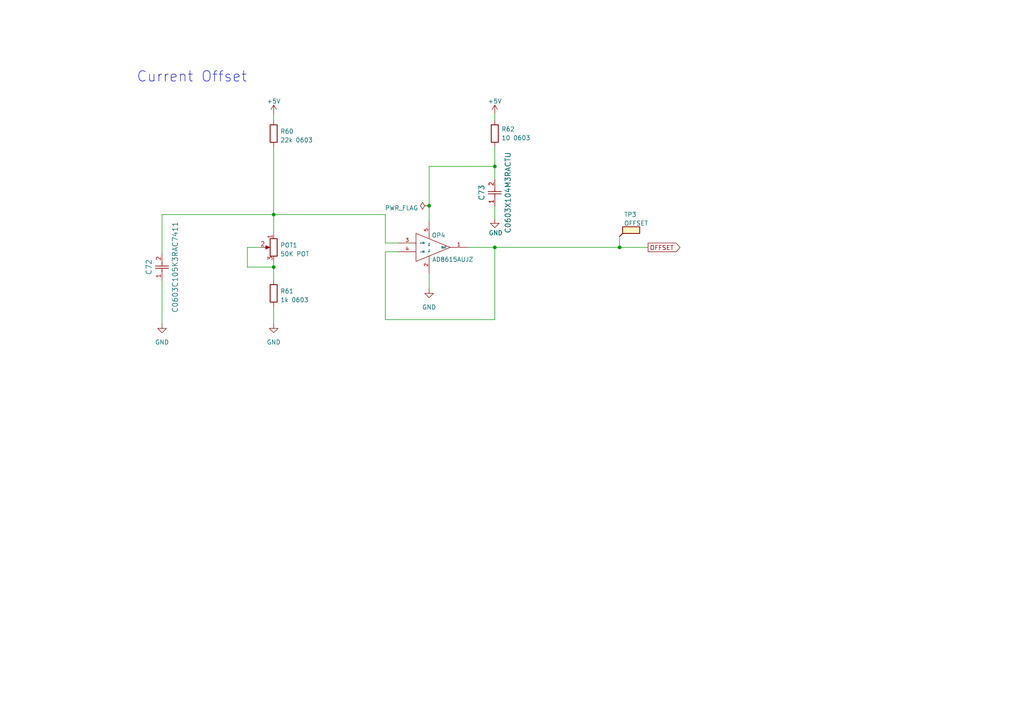
<source format=kicad_sch>
(kicad_sch (version 20231120) (generator "eeschema") (generator_version "8.0")
  (paper "A4")
  (lib_symbols
    (symbol "AD8615:AD8615AUJZ" (pin_names (offset 1.016))
      (property "Reference" "OP" (at 3.556 -12.954 0))
      (property "Value" "AD8615AUJZ" (at 8.128 -21.59 0))
      (symbol "AD8615AUJZ_0_0"
        (pin output line (at 11.176 -17.78 180) (length 5.08) (name "OUT") (number "1"))
        (pin power_in line (at 0 -25.4 90) (length 5.08) (name "V-") (number "2"))
        (pin input line (at -8.89 -16.51 0) (length 5.08) (name "+IN") (number "3"))
        (pin input line (at -8.89 -19.05 0) (length 5.08) (name "-IN") (number "4"))
        (pin power_in line (at 0 -10.16 270) (length 5.08) (name "V+") (number "5"))
      )
      (symbol "AD8615AUJZ_0_1"
        (polyline (pts (xy -3.81 -13.716) (xy -3.81 -21.844) (xy 6.096 -17.78) (xy -3.81 -13.716)))
      )
    )
    (symbol "C0603C105K3RAC7411:C0603C105K3RAC7411" (pin_names (offset 0.254))
      (property "Reference" "C" (at 3.81 3.81 0))
      (property "Value" "C0603C105K3RAC7411" (at 3.81 -3.81 0))
      (symbol "C0603C105K3RAC7411_1_1"
        (polyline (pts (xy 2.54 0) (xy 3.4798 0)) (stroke (width 0.2032)))
        (polyline (pts (xy 3.4798 -1.905) (xy 3.4798 1.905)) (stroke (width 0.2032)))
        (polyline (pts (xy 4.1148 -1.905) (xy 4.1148 1.905)) (stroke (width 0.2032)))
        (polyline (pts (xy 4.1148 0) (xy 5.08 0)) (stroke (width 0.2032)))
        (pin unspecified line (at 0 0 0) (length 2.54) (name "") (number "1"))
        (pin unspecified line (at 7.62 0 180) (length 2.54) (name "") (number "2"))
      )
      (symbol "C0603C105K3RAC7411_1_2"
        (polyline (pts (xy -1.905 -4.1148) (xy 1.905 -4.1148)) (stroke (width 0.2032)))
        (polyline (pts (xy -1.905 -3.4798) (xy 1.905 -3.4798)) (stroke (width 0.2032)))
        (polyline (pts (xy 0 -4.1148) (xy 0 -5.08)) (stroke (width 0.2032)))
        (polyline (pts (xy 0 -2.54) (xy 0 -3.4798)) (stroke (width 0.2032)))
        (pin unspecified line (at 0 0 270) (length 2.54) (name "") (number "1"))
        (pin unspecified line (at 0 -7.62 90) (length 2.54) (name "") (number "2"))
      )
    )
    (symbol "C37:C0603X104M3RACTU" (pin_names (offset 0.254))
      (property "Reference" "C" (at 3.81 3.81 0))
      (property "Value" "C0603X104M3RACTU" (at 3.81 -3.81 0))
      (symbol "C0603X104M3RACTU_1_1"
        (polyline (pts (xy 2.54 0) (xy 3.4798 0)) (stroke (width 0.2032)))
        (polyline (pts (xy 3.4798 -1.905) (xy 3.4798 1.905)) (stroke (width 0.2032)))
        (polyline (pts (xy 4.1148 -1.905) (xy 4.1148 1.905)) (stroke (width 0.2032)))
        (polyline (pts (xy 4.1148 0) (xy 5.08 0)) (stroke (width 0.2032)))
        (pin unspecified line (at 0 0 0) (length 2.54) (name "") (number "1"))
        (pin unspecified line (at 7.62 0 180) (length 2.54) (name "") (number "2"))
      )
      (symbol "C0603X104M3RACTU_1_2"
        (polyline (pts (xy -1.905 -4.1148) (xy 1.905 -4.1148)) (stroke (width 0.2032)))
        (polyline (pts (xy -1.905 -3.4798) (xy 1.905 -3.4798)) (stroke (width 0.2032)))
        (polyline (pts (xy 0 -4.1148) (xy 0 -5.08)) (stroke (width 0.2032)))
        (polyline (pts (xy 0 -2.54) (xy 0 -3.4798)) (stroke (width 0.2032)))
        (pin unspecified line (at 0 0 270) (length 2.54) (name "") (number "1"))
        (pin unspecified line (at 0 -7.62 90) (length 2.54) (name "") (number "2"))
      )
    )
    (symbol "Connector:TestPoint_Flag" (pin_numbers hide) (pin_names (offset 0.762) hide)
      (property "Reference" "TP" (at 3.429 1.778 0))
      (property "Value" "TestPoint_Flag" (at 3.302 4.191 0))
      (symbol "TestPoint_Flag_0_1"
        (polyline (pts (xy 0 0) (xy 0.889 0.889)) (stroke (width 0.254)))
        (rectangle (start 0.889 2.794) (end 5.842 0.889) (stroke (width 0.254)) (fill (type background)))
      )
      (symbol "TestPoint_Flag_1_1"
        (pin passive line (at 0 0 90) (length 0) (name "1") (number "1"))
      )
    )
    (symbol "Device:R" (pin_numbers hide) (pin_names (offset 0))
      (property "Reference" "R" (at 2.032 0 90))
      (property "Value" "R" (at 0 0 90))
      (symbol "R_0_1"
        (rectangle (start -1.016 -2.54) (end 1.016 2.54) (stroke (width 0.254)))
      )
      (symbol "R_1_1"
        (pin passive line (at 0 3.81 270) (length 1.27) (name "~") (number "1"))
        (pin passive line (at 0 -3.81 90) (length 1.27) (name "~") (number "2"))
      )
    )
    (symbol "Device:R_Potentiometer" (pin_names (offset 1.016) hide)
      (property "Reference" "RV" (at -4.445 0 90))
      (property "Value" "R_Potentiometer" (at -2.54 0 90))
      (symbol "R_Potentiometer_0_1"
        (polyline (pts (xy 2.54 0) (xy 1.524 0)))
        (polyline (pts (xy 1.143 0) (xy 2.286 0.508) (xy 2.286 -0.508) (xy 1.143 0)) (fill (type outline)))
        (rectangle (start 1.016 2.54) (end -1.016 -2.54) (stroke (width 0.254)))
      )
      (symbol "R_Potentiometer_1_1"
        (pin passive line (at 0 3.81 270) (length 1.27) (name "1") (number "1"))
        (pin passive line (at 3.81 0 180) (length 1.27) (name "2") (number "2"))
        (pin passive line (at 0 -3.81 90) (length 1.27) (name "3") (number "3"))
      )
    )
    (symbol "power:+5V" (power) (pin_names (offset 0))
      (property "Value" "+5V" (at 0 3.556 0))
      (symbol "+5V_0_1"
        (polyline (pts (xy -0.762 1.27) (xy 0 2.54)))
        (polyline (pts (xy 0 0) (xy 0 2.54)))
        (polyline (pts (xy 0 2.54) (xy 0.762 1.27)))
      )
      (symbol "+5V_1_1"
        (pin power_in line (at 0 0 90) (length 0) hide (name "+5V") (number "1"))
      )
    )
    (symbol "power:GND" (power) (pin_names (offset 0))
      (property "Value" "GND" (at 0 -3.81 0))
      (symbol "GND_0_1"
        (polyline (pts (xy 0 0) (xy 0 -1.27) (xy 1.27 -1.27) (xy 0 -2.54) (xy -1.27 -1.27) (xy 0 -1.27)))
      )
      (symbol "GND_1_1"
        (pin power_in line (at 0 0 270) (length 0) hide (name "GND") (number "1"))
      )
    )
    (symbol "power:PWR_FLAG" (power) (pin_numbers hide) (pin_names (offset 0) hide)
      (property "Value" "PWR_FLAG" (at 0 3.81 0))
      (symbol "PWR_FLAG_0_0"
        (pin power_out line (at 0 0 90) (length 0) (name "pwr") (number "1"))
      )
      (symbol "PWR_FLAG_0_1"
        (polyline (pts (xy 0 0) (xy 0 1.27) (xy -1.016 1.905) (xy 0 2.54) (xy 1.016 1.905) (xy 0 1.27)))
      )
    )
  )
  (junction (at 79.375 77.47))
  (junction (at 143.51 48.26))
  (junction (at 179.705 71.755))
  (junction (at 79.375 62.23))
  (junction (at 143.51 71.755))
  (junction (at 124.46 59.69))
  (wire (pts (xy 135.636 71.755) (xy 143.51 71.755)))
  (wire (pts (xy 143.51 33.02) (xy 143.51 34.925)))
  (wire (pts (xy 111.76 62.23) (xy 79.375 62.23)))
  (wire (pts (xy 124.46 64.135) (xy 124.46 59.69)))
  (wire (pts (xy 115.57 70.485) (xy 111.76 70.485)))
  (wire (pts (xy 111.76 73.025) (xy 115.57 73.025)))
  (wire (pts (xy 179.705 71.755) (xy 187.96 71.755)))
  (wire (pts (xy 124.46 79.375) (xy 124.46 83.82)))
  (wire (pts (xy 79.375 62.23) (xy 79.375 67.945)))
  (wire (pts (xy 143.51 71.755) (xy 179.705 71.755)))
  (wire (pts (xy 79.375 77.47) (xy 79.375 81.28)))
  (wire (pts (xy 79.375 62.23) (xy 46.99 62.23)))
  (wire (pts (xy 111.76 73.025) (xy 111.76 92.71)))
  (wire (pts (xy 79.375 75.565) (xy 79.375 77.47)))
  (wire (pts (xy 71.755 71.755) (xy 71.755 77.47)))
  (wire (pts (xy 143.51 42.545) (xy 143.51 48.26)))
  (wire (pts (xy 124.46 59.69) (xy 124.46 48.26)))
  (wire (pts (xy 46.99 81.28) (xy 46.99 93.98)))
  (wire (pts (xy 79.375 88.9) (xy 79.375 93.98)))
  (wire (pts (xy 111.76 92.71) (xy 143.51 92.71)))
  (wire (pts (xy 143.51 59.69) (xy 143.51 63.5)))
  (wire (pts (xy 124.46 48.26) (xy 143.51 48.26)))
  (wire (pts (xy 79.375 42.545) (xy 79.375 62.23)))
  (wire (pts (xy 179.705 68.58) (xy 179.705 71.755)))
  (wire (pts (xy 143.51 71.755) (xy 143.51 92.71)))
  (wire (pts (xy 71.755 77.47) (xy 79.375 77.47)))
  (wire (pts (xy 143.51 48.26) (xy 143.51 52.07)))
  (wire (pts (xy 111.76 70.485) (xy 111.76 62.23)))
  (wire (pts (xy 75.565 71.755) (xy 71.755 71.755)))
  (wire (pts (xy 79.375 33.02) (xy 79.375 34.925)))
  (wire (pts (xy 46.99 62.23) (xy 46.99 73.66)))
  (text "Current Offset" (at 71.755 24.13 0) (effects (font (size 3 3)) (justify right bottom)))
  (global_label "OFFSET" (shape output) (at 187.96 71.755 0) (property "Intersheetrefs" "${INTERSHEET_REFS}" (effects (hide yes))))
  (symbol (lib_id "Device:R") (at 79.375 38.735 0) (unit 1)
    (property "Reference" "R60" (at 81.28 38.1 0) (effects (justify left)))
    (property "Value" "22k 0603" (at 81.28 40.64 0) (effects (justify left)))
  )
  (symbol (lib_id "power:+5V") (at 79.375 33.02 0) (unit 1)
    (property "Reference" "#PWR044" (effects (hide yes)))
    (property "Value" "+5V" (at 79.375 29.3624 0))
  )
  (symbol (lib_id "Device:R") (at 79.375 85.09 0) (unit 1)
    (property "Reference" "R61" (at 81.28 84.455 0) (effects (justify left)))
    (property "Value" "1k 0603" (at 81.28 86.995 0) (effects (justify left)))
  )
  (symbol (lib_id "power:GND") (at 46.99 93.98 0) (unit 1)
    (property "Reference" "#PWR043" (effects (hide yes)))
    (property "Value" "GND" (at 46.99 99.2632 0))
  )
  (symbol (lib_id "Connector:TestPoint_Flag") (at 179.705 68.58 0) (unit 1)
    (property "Reference" "TP3" (at 180.975 62.23 0) (effects (justify left)))
    (property "Value" "OFFSET" (at 180.975 64.77 0) (effects (justify left)))
  )
  (symbol (lib_id "C37:C0603X104M3RACTU") (at 143.51 59.69 90) (unit 1)
    (property "Reference" "C73" (at 139.7 55.88 0) (effects (font (size 1.524 1.524))))
    (property "Value" "C0603X104M3RACTU" (at 147.32 55.88 0) (effects (font (size 1.524 1.524))))
    (property "Footprint" "just-footprints:CAPC17795_95N_KEM" (effects (hide yes)))
    (property "Datasheet" "C0603X104M3RACTU" (effects (hide yes)))
  )
  (symbol (lib_id "C0603C105K3RAC7411:C0603C105K3RAC7411") (at 46.99 81.28 90) (unit 1)
    (property "Reference" "C72" (at 43.18 77.47 0) (effects (font (size 1.524 1.524))))
    (property "Value" "C0603C105K3RAC7411" (at 50.8 77.47 0) (effects (font (size 1.524 1.524))))
    (property "Footprint" "just-footprints:CAPC17595_95N_KEM" (effects (hide yes)))
    (property "Datasheet" "C0603C105K3RAC7411" (effects (hide yes)))
  )
  (symbol (lib_id "Device:R") (at 143.51 38.735 0) (unit 1)
    (property "Reference" "R62" (at 145.415 37.465 0) (effects (justify left)))
    (property "Value" "10 0603" (at 145.415 40.005 0) (effects (justify left)))
  )
  (symbol (lib_id "power:GND") (at 124.46 83.82 0) (unit 1)
    (property "Reference" "#PWR046" (effects (hide yes)))
    (property "Value" "GND" (at 124.46 89.1032 0))
  )
  (symbol (lib_id "power:GND") (at 79.375 93.98 0) (unit 1)
    (property "Reference" "#PWR045" (effects (hide yes)))
    (property "Value" "GND" (at 79.375 99.2632 0))
  )
  (symbol (lib_id "power:GND") (at 143.51 63.5 0) (unit 1)
    (property "Reference" "#PWR048" (effects (hide yes)))
    (property "Value" "GND" (at 143.764 67.564 0))
  )
  (symbol (lib_id "AD8615:AD8615AUJZ") (at 124.46 53.975 0) (unit 1)
    (property "Reference" "OP4" (at 127.2032 68.2498 0))
    (property "Value" "AD8615AUJZ" (at 131.318 75.2602 0))
    (property "Footprint" "AD8615AUJZ:SOT95P280X100-5N" (effects (hide yes)))
    (property "Description" "Precision 20 MHz CMOS Single RRIO Operational Amplifier" (effects (hide yes)))
    (property "MF" "Analog Devices" (effects (hide yes)))
    (property "PACKAGE" "SOT-23-5" (effects (hide yes)))
    (property "MPN" "AD8615AUJZ" (effects (hide yes)))
    (property "Price" "None" (effects (hide yes)))
    (property "Package" "TSOT-5 Analog Devices" (effects (hide yes)))
    (property "OC_FARNELL" "9079408" (effects (hide yes)))
    (property "SnapEDA_Link" "https://www.snapeda.com/parts/AD8615AUJZ-REEL7/Analog+Devices/view-part/?ref=snap" (effects (hide yes)))
    (property "MP" "AD8615AUJZ-REEL7" (effects (hide yes)))
    (property "Purchase-URL" "https://www.snapeda.com/api/url_track_click_mouser/?unipart_id=45535&manufacturer=Analog Devices&part_name=AD8615AUJZ-REEL7&search_term=ad8615" (effects (hide yes)))
    (property "SUPPLIER" "Analog Devices" (effects (hide yes)))
    (property "OC_NEWARK" "31M4569" (effects (hide yes)))
    (property "Availability" "In Stock" (effects (hide yes)))
    (property "Check_prices" "https://www.snapeda.com/parts/AD8615AUJZ-REEL7/Analog+Devices/view-part/?ref=eda" (effects (hide yes)))
  )
  (symbol (lib_id "power:PWR_FLAG") (at 124.46 59.69 90) (unit 1)
    (property "Reference" "#FLG04" (effects (hide yes)))
    (property "Value" "PWR_FLAG" (at 121.285 60.325 90) (effects (justify left)))
  )
  (symbol (lib_id "power:+5V") (at 143.51 33.02 0) (unit 1)
    (property "Reference" "#PWR047" (effects (hide yes)))
    (property "Value" "+5V" (at 143.51 29.3624 0))
  )
  (symbol (lib_id "Device:R_Potentiometer") (at 79.375 71.755 0) (mirror y) (unit 1)
    (property "Reference" "POT1" (at 81.28 71.12 0) (effects (justify right)))
    (property "Value" "50K POT" (at 81.28 73.66 0) (effects (justify right)))
  )
)
</source>
